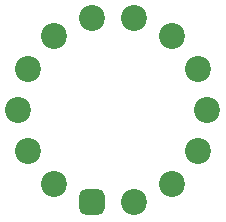
<source format=gbs>
G04 Layer_Color=16711935*
%FSLAX25Y25*%
%MOIN*%
G70*
G01*
G75*
%ADD13C,0.08661*%
G04:AMPARAMS|DCode=14|XSize=86.61mil|YSize=86.61mil|CornerRadius=23.62mil|HoleSize=0mil|Usage=FLASHONLY|Rotation=0.000|XOffset=0mil|YOffset=0mil|HoleType=Round|Shape=RoundedRectangle|*
%AMROUNDEDRECTD14*
21,1,0.08661,0.03937,0,0,0.0*
21,1,0.03937,0.08661,0,0,0.0*
1,1,0.04724,0.01969,-0.01969*
1,1,0.04724,-0.01969,-0.01969*
1,1,0.04724,-0.01969,0.01969*
1,1,0.04724,0.01969,0.01969*
%
%ADD14ROUNDEDRECTD14*%
D13*
X8505Y-28637D02*
D03*
X21134Y-22555D02*
D03*
X29874Y-11596D02*
D03*
X32993Y2069D02*
D03*
X29874Y15735D02*
D03*
X21134Y26694D02*
D03*
X8505Y32776D02*
D03*
X-5512D02*
D03*
X-18141Y26694D02*
D03*
X-26880Y15735D02*
D03*
X-29999Y2069D02*
D03*
X-26880Y-11596D02*
D03*
X-18141Y-22555D02*
D03*
D14*
X-5512Y-28637D02*
D03*
M02*

</source>
